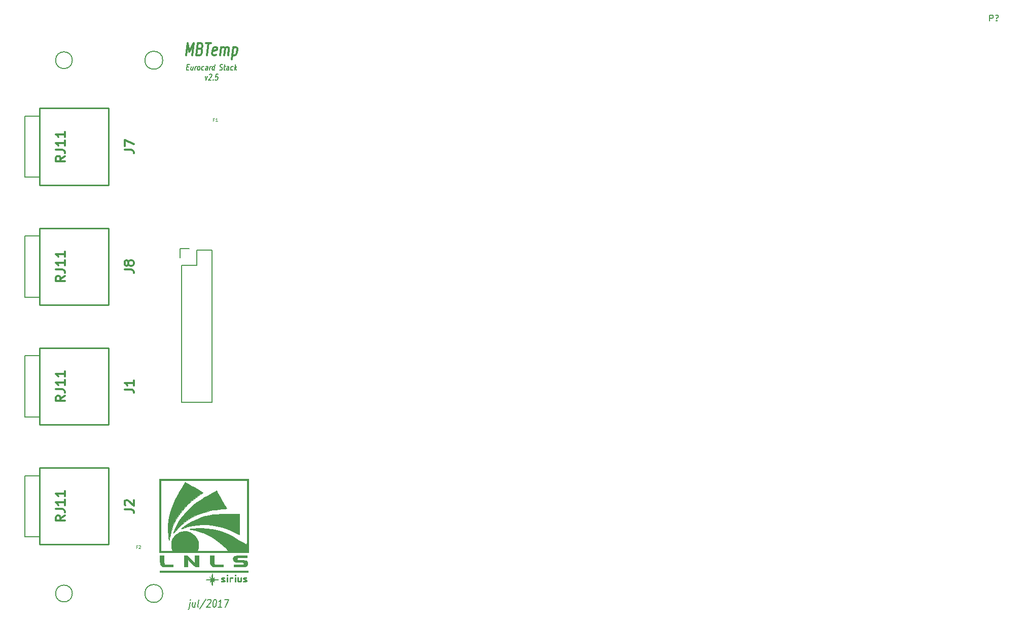
<source format=gto>
G04 #@! TF.FileFunction,Legend,Top*
%FSLAX46Y46*%
G04 Gerber Fmt 4.6, Leading zero omitted, Abs format (unit mm)*
G04 Created by KiCad (PCBNEW 4.0.4+e1-6308~48~ubuntu15.10.1-stable) date Tue Aug  8 09:27:19 2017*
%MOMM*%
%LPD*%
G01*
G04 APERTURE LIST*
%ADD10C,0.150000*%
%ADD11C,0.200000*%
%ADD12C,0.300000*%
%ADD13C,0.250000*%
%ADD14C,0.010000*%
%ADD15C,0.100000*%
%ADD16C,0.304800*%
G04 APERTURE END LIST*
D10*
X86323555Y-52443571D02*
X86573555Y-52443571D01*
X86615221Y-52967381D02*
X86258078Y-52967381D01*
X86383078Y-51967381D01*
X86740221Y-51967381D01*
X87341412Y-52300714D02*
X87258078Y-52967381D01*
X87019983Y-52300714D02*
X86954507Y-52824524D01*
X86978317Y-52919762D01*
X87043792Y-52967381D01*
X87150935Y-52967381D01*
X87228317Y-52919762D01*
X87269983Y-52872143D01*
X87615220Y-52967381D02*
X87698554Y-52300714D01*
X87674744Y-52491190D02*
X87722364Y-52395952D01*
X87764030Y-52348333D01*
X87841412Y-52300714D01*
X87912840Y-52300714D01*
X88186649Y-52967381D02*
X88121174Y-52919762D01*
X88091411Y-52872143D01*
X88067602Y-52776905D01*
X88103316Y-52491190D01*
X88150935Y-52395952D01*
X88192602Y-52348333D01*
X88269983Y-52300714D01*
X88377126Y-52300714D01*
X88442602Y-52348333D01*
X88472364Y-52395952D01*
X88496173Y-52491190D01*
X88460459Y-52776905D01*
X88412840Y-52872143D01*
X88371174Y-52919762D01*
X88293792Y-52967381D01*
X88186649Y-52967381D01*
X89085459Y-52919762D02*
X89008077Y-52967381D01*
X88865220Y-52967381D01*
X88799745Y-52919762D01*
X88769982Y-52872143D01*
X88746173Y-52776905D01*
X88781887Y-52491190D01*
X88829506Y-52395952D01*
X88871173Y-52348333D01*
X88948554Y-52300714D01*
X89091411Y-52300714D01*
X89156887Y-52348333D01*
X89722363Y-52967381D02*
X89787840Y-52443571D01*
X89764030Y-52348333D01*
X89698554Y-52300714D01*
X89555697Y-52300714D01*
X89478315Y-52348333D01*
X89728316Y-52919762D02*
X89650934Y-52967381D01*
X89472363Y-52967381D01*
X89406887Y-52919762D01*
X89383078Y-52824524D01*
X89394982Y-52729286D01*
X89442601Y-52634048D01*
X89519982Y-52586429D01*
X89698553Y-52586429D01*
X89775935Y-52538810D01*
X90079505Y-52967381D02*
X90162839Y-52300714D01*
X90139029Y-52491190D02*
X90186649Y-52395952D01*
X90228315Y-52348333D01*
X90305697Y-52300714D01*
X90377125Y-52300714D01*
X90865220Y-52967381D02*
X90990220Y-51967381D01*
X90871173Y-52919762D02*
X90793791Y-52967381D01*
X90650934Y-52967381D01*
X90585459Y-52919762D01*
X90555696Y-52872143D01*
X90531887Y-52776905D01*
X90567601Y-52491190D01*
X90615220Y-52395952D01*
X90656887Y-52348333D01*
X90734268Y-52300714D01*
X90877125Y-52300714D01*
X90942601Y-52348333D01*
X91764030Y-52919762D02*
X91865220Y-52967381D01*
X92043791Y-52967381D01*
X92121173Y-52919762D01*
X92162839Y-52872143D01*
X92210459Y-52776905D01*
X92222364Y-52681667D01*
X92198553Y-52586429D01*
X92168792Y-52538810D01*
X92103315Y-52491190D01*
X91966411Y-52443571D01*
X91900935Y-52395952D01*
X91871172Y-52348333D01*
X91847363Y-52253095D01*
X91859268Y-52157857D01*
X91906887Y-52062619D01*
X91948554Y-52015000D01*
X92025934Y-51967381D01*
X92204506Y-51967381D01*
X92305697Y-52015000D01*
X92484269Y-52300714D02*
X92769983Y-52300714D01*
X92633077Y-51967381D02*
X92525935Y-52824524D01*
X92549745Y-52919762D01*
X92615220Y-52967381D01*
X92686649Y-52967381D01*
X93258077Y-52967381D02*
X93323554Y-52443571D01*
X93299744Y-52348333D01*
X93234268Y-52300714D01*
X93091411Y-52300714D01*
X93014029Y-52348333D01*
X93264030Y-52919762D02*
X93186648Y-52967381D01*
X93008077Y-52967381D01*
X92942601Y-52919762D01*
X92918792Y-52824524D01*
X92930696Y-52729286D01*
X92978315Y-52634048D01*
X93055696Y-52586429D01*
X93234267Y-52586429D01*
X93311649Y-52538810D01*
X93942601Y-52919762D02*
X93865219Y-52967381D01*
X93722362Y-52967381D01*
X93656887Y-52919762D01*
X93627124Y-52872143D01*
X93603315Y-52776905D01*
X93639029Y-52491190D01*
X93686648Y-52395952D01*
X93728315Y-52348333D01*
X93805696Y-52300714D01*
X93948553Y-52300714D01*
X94014029Y-52348333D01*
X94258076Y-52967381D02*
X94383076Y-51967381D01*
X94377124Y-52586429D02*
X94543791Y-52967381D01*
X94627125Y-52300714D02*
X94293791Y-52681667D01*
X89394982Y-53950714D02*
X89490219Y-54617381D01*
X89752125Y-53950714D01*
X90031887Y-53712619D02*
X90073553Y-53665000D01*
X90150934Y-53617381D01*
X90329505Y-53617381D01*
X90394982Y-53665000D01*
X90424744Y-53712619D01*
X90448554Y-53807857D01*
X90436649Y-53903095D01*
X90383077Y-54045952D01*
X89883077Y-54617381D01*
X90347363Y-54617381D01*
X90680696Y-54522143D02*
X90710459Y-54569762D01*
X90668791Y-54617381D01*
X90639030Y-54569762D01*
X90680696Y-54522143D01*
X90668791Y-54617381D01*
X91508077Y-53617381D02*
X91150934Y-53617381D01*
X91055697Y-54093571D01*
X91097363Y-54045952D01*
X91174744Y-53998333D01*
X91353315Y-53998333D01*
X91418792Y-54045952D01*
X91448554Y-54093571D01*
X91472364Y-54188810D01*
X91442602Y-54426905D01*
X91394982Y-54522143D01*
X91353316Y-54569762D01*
X91275934Y-54617381D01*
X91097363Y-54617381D01*
X91031887Y-54569762D01*
X91002125Y-54522143D01*
D11*
X86822250Y-141718143D02*
X86688322Y-142789571D01*
X86625822Y-142908619D01*
X86523143Y-142968143D01*
X86475524Y-142968143D01*
X86874334Y-141301476D02*
X86819274Y-141361000D01*
X86859453Y-141420524D01*
X86914512Y-141361000D01*
X86874334Y-141301476D01*
X86859453Y-141420524D01*
X87727012Y-141718143D02*
X87622846Y-142551476D01*
X87298440Y-141718143D02*
X87216595Y-142372905D01*
X87249333Y-142491952D01*
X87337131Y-142551476D01*
X87479989Y-142551476D01*
X87582667Y-142491952D01*
X87637726Y-142432429D01*
X88241893Y-142551476D02*
X88154095Y-142491952D01*
X88121357Y-142372905D01*
X88255286Y-141301476D01*
X89500822Y-141241952D02*
X88442786Y-142849095D01*
X89764215Y-141420524D02*
X89819274Y-141361000D01*
X89921953Y-141301476D01*
X90160049Y-141301476D01*
X90247846Y-141361000D01*
X90288025Y-141420524D01*
X90320763Y-141539571D01*
X90305882Y-141658619D01*
X90235941Y-141837190D01*
X89575227Y-142551476D01*
X90194275Y-142551476D01*
X90969572Y-141301476D02*
X91064811Y-141301476D01*
X91152608Y-141361000D01*
X91192787Y-141420524D01*
X91225525Y-141539571D01*
X91243382Y-141777667D01*
X91206179Y-142075286D01*
X91128798Y-142313381D01*
X91066298Y-142432429D01*
X91011239Y-142491952D01*
X90908561Y-142551476D01*
X90813322Y-142551476D01*
X90725524Y-142491952D01*
X90685345Y-142432429D01*
X90652607Y-142313381D01*
X90634750Y-142075286D01*
X90671953Y-141777667D01*
X90749334Y-141539571D01*
X90811834Y-141420524D01*
X90866893Y-141361000D01*
X90969572Y-141301476D01*
X92099037Y-142551476D02*
X91527608Y-142551476D01*
X91813322Y-142551476D02*
X91969572Y-141301476D01*
X91852012Y-141480048D01*
X91741893Y-141599095D01*
X91639215Y-141658619D01*
X92588620Y-141301476D02*
X93255287Y-141301476D01*
X92670465Y-142551476D01*
D12*
X86131702Y-50449238D02*
X86385702Y-48417238D01*
X86712274Y-49868667D01*
X87401702Y-48417238D01*
X87147702Y-50449238D01*
X88514464Y-49384857D02*
X88720083Y-49481619D01*
X88780559Y-49578381D01*
X88828940Y-49771905D01*
X88792654Y-50062190D01*
X88695893Y-50255714D01*
X88611226Y-50352476D01*
X88453988Y-50449238D01*
X87873416Y-50449238D01*
X88127416Y-48417238D01*
X88635416Y-48417238D01*
X88768464Y-48514000D01*
X88828940Y-48610762D01*
X88877321Y-48804286D01*
X88853131Y-48997810D01*
X88756368Y-49191333D01*
X88671702Y-49288095D01*
X88514464Y-49384857D01*
X88006464Y-49384857D01*
X89433702Y-48417238D02*
X90304559Y-48417238D01*
X89615130Y-50449238D02*
X89869130Y-48417238D01*
X91151227Y-50352476D02*
X90993988Y-50449238D01*
X90703702Y-50449238D01*
X90570655Y-50352476D01*
X90522274Y-50158952D01*
X90619036Y-49384857D01*
X90715797Y-49191333D01*
X90873036Y-49094571D01*
X91163322Y-49094571D01*
X91296369Y-49191333D01*
X91344750Y-49384857D01*
X91320559Y-49578381D01*
X90570655Y-49771905D01*
X91864845Y-50449238D02*
X92034179Y-49094571D01*
X92009988Y-49288095D02*
X92094655Y-49191333D01*
X92251893Y-49094571D01*
X92469608Y-49094571D01*
X92602655Y-49191333D01*
X92651036Y-49384857D01*
X92517988Y-50449238D01*
X92651036Y-49384857D02*
X92747797Y-49191333D01*
X92905036Y-49094571D01*
X93122751Y-49094571D01*
X93255797Y-49191333D01*
X93304179Y-49384857D01*
X93171131Y-50449238D01*
X94066179Y-49094571D02*
X93812179Y-51126571D01*
X94054083Y-49191333D02*
X94211322Y-49094571D01*
X94501608Y-49094571D01*
X94634655Y-49191333D01*
X94695131Y-49288095D01*
X94743512Y-49481619D01*
X94670940Y-50062190D01*
X94574179Y-50255714D01*
X94489513Y-50352476D01*
X94332274Y-50449238D01*
X94041988Y-50449238D01*
X93908941Y-50352476D01*
D10*
X82272000Y-140296000D02*
G75*
G03X82272000Y-140296000I-1500000J0D01*
G01*
X82272000Y-51296000D02*
G75*
G03X82272000Y-51296000I-1500000J0D01*
G01*
X67172000Y-51296000D02*
G75*
G03X67172000Y-51296000I-1400000J0D01*
G01*
X67172000Y-140296000D02*
G75*
G03X67172000Y-140296000I-1400000J0D01*
G01*
X90481200Y-108420000D02*
X90481200Y-83020000D01*
X85401200Y-85560000D02*
X85401200Y-108420000D01*
X90481200Y-108420000D02*
X85401200Y-108420000D01*
X90481200Y-83020000D02*
X87941200Y-83020000D01*
X86671200Y-82740000D02*
X85121200Y-82740000D01*
X87941200Y-83020000D02*
X87941200Y-85560000D01*
X87941200Y-85560000D02*
X85401200Y-85560000D01*
X85121200Y-82740000D02*
X85121200Y-84290000D01*
X59241200Y-120620000D02*
X59241200Y-130820000D01*
X61741200Y-130820000D02*
X59241200Y-130820000D01*
X61741200Y-120620000D02*
X59241200Y-120620000D01*
D13*
X73241200Y-132120000D02*
X61741200Y-132120000D01*
X73241200Y-119320000D02*
X61741200Y-119320000D01*
X73241200Y-119320000D02*
X73241200Y-132120000D01*
X61741200Y-119320000D02*
X61741200Y-132120000D01*
D10*
X59241200Y-100620000D02*
X59241200Y-110820000D01*
X61741200Y-110820000D02*
X59241200Y-110820000D01*
X61741200Y-100620000D02*
X59241200Y-100620000D01*
D13*
X73241200Y-112120000D02*
X61741200Y-112120000D01*
X73241200Y-99320000D02*
X61741200Y-99320000D01*
X73241200Y-99320000D02*
X73241200Y-112120000D01*
X61741200Y-99320000D02*
X61741200Y-112120000D01*
D10*
X59241200Y-80620000D02*
X59241200Y-90820000D01*
X61741200Y-90820000D02*
X59241200Y-90820000D01*
X61741200Y-80620000D02*
X59241200Y-80620000D01*
D13*
X73241200Y-92120000D02*
X61741200Y-92120000D01*
X73241200Y-79320000D02*
X61741200Y-79320000D01*
X73241200Y-79320000D02*
X73241200Y-92120000D01*
X61741200Y-79320000D02*
X61741200Y-92120000D01*
D10*
X59241200Y-60620000D02*
X59241200Y-70820000D01*
X61741200Y-70820000D02*
X59241200Y-70820000D01*
X61741200Y-60620000D02*
X59241200Y-60620000D01*
D13*
X73241200Y-72120000D02*
X61741200Y-72120000D01*
X73241200Y-59320000D02*
X61741200Y-59320000D01*
X73241200Y-59320000D02*
X73241200Y-72120000D01*
X61741200Y-59320000D02*
X61741200Y-72120000D01*
D14*
G36*
X90518287Y-137008795D02*
X90523937Y-137029488D01*
X90541860Y-137120207D01*
X90561997Y-137259123D01*
X90580056Y-137416552D01*
X90580423Y-137420257D01*
X90596664Y-137564152D01*
X90613204Y-137677088D01*
X90626737Y-137736875D01*
X90627941Y-137739323D01*
X90665517Y-137737959D01*
X90731803Y-137691841D01*
X90740584Y-137683810D01*
X90821171Y-137625416D01*
X90860132Y-137627280D01*
X90847749Y-137678314D01*
X90795231Y-137746153D01*
X90740563Y-137817599D01*
X90726479Y-137865078D01*
X90728706Y-137868501D01*
X90776047Y-137882456D01*
X90883177Y-137899752D01*
X91031961Y-137917742D01*
X91135912Y-137927968D01*
X91343872Y-137947713D01*
X91477016Y-137963446D01*
X91538486Y-137976652D01*
X91531427Y-137988810D01*
X91458981Y-138001405D01*
X91324292Y-138015917D01*
X91322769Y-138016065D01*
X91149103Y-138033439D01*
X90975010Y-138051764D01*
X90860260Y-138064549D01*
X90671289Y-138086564D01*
X90779257Y-138199259D01*
X90846237Y-138285092D01*
X90859054Y-138334823D01*
X90823727Y-138337612D01*
X90746272Y-138282621D01*
X90737481Y-138274505D01*
X90684580Y-138228908D01*
X90648411Y-138216849D01*
X90624076Y-138248153D01*
X90606677Y-138332645D01*
X90591317Y-138480149D01*
X90582473Y-138585455D01*
X90560980Y-138770987D01*
X90533105Y-138886732D01*
X90499891Y-138929825D01*
X90466419Y-138904330D01*
X90451841Y-138848402D01*
X90435498Y-138736141D01*
X90420397Y-138589222D01*
X90417139Y-138549232D01*
X90401231Y-138380215D01*
X90382552Y-138280962D01*
X90356852Y-138243098D01*
X90319880Y-138258248D01*
X90287231Y-138293230D01*
X90230821Y-138342354D01*
X90204292Y-138351846D01*
X90170907Y-138326223D01*
X90182649Y-138264816D01*
X90233358Y-138190812D01*
X90251885Y-138172623D01*
X90333769Y-138098518D01*
X90242115Y-138072769D01*
X90148294Y-138056147D01*
X90016862Y-138043841D01*
X89955077Y-138040873D01*
X89800188Y-138030525D01*
X89646865Y-138011983D01*
X89603385Y-138004515D01*
X89526355Y-137988468D01*
X89502454Y-137977148D01*
X89538742Y-137967081D01*
X89642276Y-137954792D01*
X89720615Y-137946815D01*
X89889889Y-137929185D01*
X90055507Y-137910932D01*
X90164617Y-137898072D01*
X90335081Y-137876818D01*
X90226082Y-137763047D01*
X90159384Y-137677719D01*
X90145127Y-137626892D01*
X90177981Y-137621783D01*
X90252616Y-137673611D01*
X90263724Y-137683810D01*
X90331596Y-137734502D01*
X90373525Y-137741960D01*
X90375672Y-137739323D01*
X90388984Y-137686217D01*
X90405520Y-137579265D01*
X90420441Y-137453076D01*
X90438416Y-137294964D01*
X90457964Y-137146871D01*
X90471210Y-137062307D01*
X90488407Y-136974892D01*
X90501121Y-136958909D01*
X90518287Y-137008795D01*
X90518287Y-137008795D01*
G37*
X90518287Y-137008795D02*
X90523937Y-137029488D01*
X90541860Y-137120207D01*
X90561997Y-137259123D01*
X90580056Y-137416552D01*
X90580423Y-137420257D01*
X90596664Y-137564152D01*
X90613204Y-137677088D01*
X90626737Y-137736875D01*
X90627941Y-137739323D01*
X90665517Y-137737959D01*
X90731803Y-137691841D01*
X90740584Y-137683810D01*
X90821171Y-137625416D01*
X90860132Y-137627280D01*
X90847749Y-137678314D01*
X90795231Y-137746153D01*
X90740563Y-137817599D01*
X90726479Y-137865078D01*
X90728706Y-137868501D01*
X90776047Y-137882456D01*
X90883177Y-137899752D01*
X91031961Y-137917742D01*
X91135912Y-137927968D01*
X91343872Y-137947713D01*
X91477016Y-137963446D01*
X91538486Y-137976652D01*
X91531427Y-137988810D01*
X91458981Y-138001405D01*
X91324292Y-138015917D01*
X91322769Y-138016065D01*
X91149103Y-138033439D01*
X90975010Y-138051764D01*
X90860260Y-138064549D01*
X90671289Y-138086564D01*
X90779257Y-138199259D01*
X90846237Y-138285092D01*
X90859054Y-138334823D01*
X90823727Y-138337612D01*
X90746272Y-138282621D01*
X90737481Y-138274505D01*
X90684580Y-138228908D01*
X90648411Y-138216849D01*
X90624076Y-138248153D01*
X90606677Y-138332645D01*
X90591317Y-138480149D01*
X90582473Y-138585455D01*
X90560980Y-138770987D01*
X90533105Y-138886732D01*
X90499891Y-138929825D01*
X90466419Y-138904330D01*
X90451841Y-138848402D01*
X90435498Y-138736141D01*
X90420397Y-138589222D01*
X90417139Y-138549232D01*
X90401231Y-138380215D01*
X90382552Y-138280962D01*
X90356852Y-138243098D01*
X90319880Y-138258248D01*
X90287231Y-138293230D01*
X90230821Y-138342354D01*
X90204292Y-138351846D01*
X90170907Y-138326223D01*
X90182649Y-138264816D01*
X90233358Y-138190812D01*
X90251885Y-138172623D01*
X90333769Y-138098518D01*
X90242115Y-138072769D01*
X90148294Y-138056147D01*
X90016862Y-138043841D01*
X89955077Y-138040873D01*
X89800188Y-138030525D01*
X89646865Y-138011983D01*
X89603385Y-138004515D01*
X89526355Y-137988468D01*
X89502454Y-137977148D01*
X89538742Y-137967081D01*
X89642276Y-137954792D01*
X89720615Y-137946815D01*
X89889889Y-137929185D01*
X90055507Y-137910932D01*
X90164617Y-137898072D01*
X90335081Y-137876818D01*
X90226082Y-137763047D01*
X90159384Y-137677719D01*
X90145127Y-137626892D01*
X90177981Y-137621783D01*
X90252616Y-137673611D01*
X90263724Y-137683810D01*
X90331596Y-137734502D01*
X90373525Y-137741960D01*
X90375672Y-137739323D01*
X90388984Y-137686217D01*
X90405520Y-137579265D01*
X90420441Y-137453076D01*
X90438416Y-137294964D01*
X90457964Y-137146871D01*
X90471210Y-137062307D01*
X90488407Y-136974892D01*
X90501121Y-136958909D01*
X90518287Y-137008795D01*
G36*
X92481469Y-137611974D02*
X92555775Y-137623448D01*
X92587010Y-137649364D01*
X92592769Y-137687538D01*
X92583826Y-137731936D01*
X92544871Y-137755541D01*
X92457714Y-137764698D01*
X92368077Y-137765905D01*
X92143385Y-137766119D01*
X92407154Y-137924378D01*
X92550533Y-138016537D01*
X92633813Y-138087401D01*
X92668277Y-138147493D01*
X92670923Y-138170349D01*
X92656315Y-138256341D01*
X92604265Y-138311264D01*
X92502436Y-138341025D01*
X92338491Y-138351531D01*
X92291877Y-138351846D01*
X92144445Y-138349901D01*
X92058734Y-138341073D01*
X92018346Y-138320869D01*
X92006884Y-138284797D01*
X92006615Y-138273692D01*
X92014882Y-138230712D01*
X92051387Y-138207039D01*
X92133692Y-138197016D01*
X92250846Y-138195007D01*
X92495077Y-138194477D01*
X92250846Y-138049715D01*
X92118678Y-137966151D01*
X92043366Y-137902032D01*
X92011084Y-137843452D01*
X92006615Y-137804060D01*
X92022143Y-137707587D01*
X92077111Y-137647788D01*
X92184101Y-137617460D01*
X92346585Y-137609384D01*
X92481469Y-137611974D01*
X92481469Y-137611974D01*
G37*
X92481469Y-137611974D02*
X92555775Y-137623448D01*
X92587010Y-137649364D01*
X92592769Y-137687538D01*
X92583826Y-137731936D01*
X92544871Y-137755541D01*
X92457714Y-137764698D01*
X92368077Y-137765905D01*
X92143385Y-137766119D01*
X92407154Y-137924378D01*
X92550533Y-138016537D01*
X92633813Y-138087401D01*
X92668277Y-138147493D01*
X92670923Y-138170349D01*
X92656315Y-138256341D01*
X92604265Y-138311264D01*
X92502436Y-138341025D01*
X92338491Y-138351531D01*
X92291877Y-138351846D01*
X92144445Y-138349901D01*
X92058734Y-138341073D01*
X92018346Y-138320869D01*
X92006884Y-138284797D01*
X92006615Y-138273692D01*
X92014882Y-138230712D01*
X92051387Y-138207039D01*
X92133692Y-138197016D01*
X92250846Y-138195007D01*
X92495077Y-138194477D01*
X92250846Y-138049715D01*
X92118678Y-137966151D01*
X92043366Y-137902032D01*
X92011084Y-137843452D01*
X92006615Y-137804060D01*
X92022143Y-137707587D01*
X92077111Y-137647788D01*
X92184101Y-137617460D01*
X92346585Y-137609384D01*
X92481469Y-137611974D01*
G36*
X93087411Y-137611962D02*
X93115954Y-137629455D01*
X93131635Y-137676504D01*
X93138307Y-137767746D01*
X93139821Y-137917821D01*
X93139846Y-137980615D01*
X93139168Y-138152593D01*
X93134564Y-138261056D01*
X93122183Y-138320644D01*
X93098172Y-138345996D01*
X93058678Y-138351752D01*
X93042154Y-138351846D01*
X92996896Y-138349268D01*
X92968353Y-138331774D01*
X92952672Y-138284726D01*
X92946001Y-138193484D01*
X92944486Y-138043409D01*
X92944461Y-137980615D01*
X92945140Y-137808637D01*
X92949743Y-137700174D01*
X92962124Y-137640586D01*
X92986136Y-137615233D01*
X93025629Y-137609478D01*
X93042154Y-137609384D01*
X93087411Y-137611962D01*
X93087411Y-137611962D01*
G37*
X93087411Y-137611962D02*
X93115954Y-137629455D01*
X93131635Y-137676504D01*
X93138307Y-137767746D01*
X93139821Y-137917821D01*
X93139846Y-137980615D01*
X93139168Y-138152593D01*
X93134564Y-138261056D01*
X93122183Y-138320644D01*
X93098172Y-138345996D01*
X93058678Y-138351752D01*
X93042154Y-138351846D01*
X92996896Y-138349268D01*
X92968353Y-138331774D01*
X92952672Y-138284726D01*
X92946001Y-138193484D01*
X92944486Y-138043409D01*
X92944461Y-137980615D01*
X92945140Y-137808637D01*
X92949743Y-137700174D01*
X92962124Y-137640586D01*
X92986136Y-137615233D01*
X93025629Y-137609478D01*
X93042154Y-137609384D01*
X93087411Y-137611962D01*
G36*
X93888238Y-137611974D02*
X93962545Y-137623448D01*
X93993779Y-137649364D01*
X93999538Y-137687538D01*
X93990210Y-137732703D01*
X93949876Y-137756231D01*
X93860016Y-137764858D01*
X93784615Y-137765692D01*
X93569692Y-137765692D01*
X93569692Y-138058769D01*
X93567846Y-138208615D01*
X93559429Y-138296536D01*
X93540122Y-138338728D01*
X93505607Y-138351386D01*
X93491538Y-138351846D01*
X93453171Y-138345532D01*
X93429907Y-138316288D01*
X93418023Y-138248660D01*
X93413796Y-138127196D01*
X93413385Y-138027507D01*
X93419283Y-137846362D01*
X93435900Y-137717926D01*
X93460277Y-137656276D01*
X93523803Y-137630708D01*
X93640700Y-137613891D01*
X93753354Y-137609384D01*
X93888238Y-137611974D01*
X93888238Y-137611974D01*
G37*
X93888238Y-137611974D02*
X93962545Y-137623448D01*
X93993779Y-137649364D01*
X93999538Y-137687538D01*
X93990210Y-137732703D01*
X93949876Y-137756231D01*
X93860016Y-137764858D01*
X93784615Y-137765692D01*
X93569692Y-137765692D01*
X93569692Y-138058769D01*
X93567846Y-138208615D01*
X93559429Y-138296536D01*
X93540122Y-138338728D01*
X93505607Y-138351386D01*
X93491538Y-138351846D01*
X93453171Y-138345532D01*
X93429907Y-138316288D01*
X93418023Y-138248660D01*
X93413796Y-138127196D01*
X93413385Y-138027507D01*
X93419283Y-137846362D01*
X93435900Y-137717926D01*
X93460277Y-137656276D01*
X93523803Y-137630708D01*
X93640700Y-137613891D01*
X93753354Y-137609384D01*
X93888238Y-137611974D01*
G36*
X94416026Y-137611962D02*
X94444569Y-137629455D01*
X94460251Y-137676504D01*
X94466922Y-137767746D01*
X94468437Y-137917821D01*
X94468461Y-137980615D01*
X94467783Y-138152593D01*
X94463179Y-138261056D01*
X94450798Y-138320644D01*
X94426787Y-138345996D01*
X94387294Y-138351752D01*
X94370769Y-138351846D01*
X94325512Y-138349268D01*
X94296969Y-138331774D01*
X94281288Y-138284726D01*
X94274616Y-138193484D01*
X94273102Y-138043409D01*
X94273077Y-137980615D01*
X94273755Y-137808637D01*
X94278359Y-137700174D01*
X94290740Y-137640586D01*
X94314751Y-137615233D01*
X94354244Y-137609478D01*
X94370769Y-137609384D01*
X94416026Y-137611962D01*
X94416026Y-137611962D01*
G37*
X94416026Y-137611962D02*
X94444569Y-137629455D01*
X94460251Y-137676504D01*
X94466922Y-137767746D01*
X94468437Y-137917821D01*
X94468461Y-137980615D01*
X94467783Y-138152593D01*
X94463179Y-138261056D01*
X94450798Y-138320644D01*
X94426787Y-138345996D01*
X94387294Y-138351752D01*
X94370769Y-138351846D01*
X94325512Y-138349268D01*
X94296969Y-138331774D01*
X94281288Y-138284726D01*
X94274616Y-138193484D01*
X94273102Y-138043409D01*
X94273077Y-137980615D01*
X94273755Y-137808637D01*
X94278359Y-137700174D01*
X94290740Y-137640586D01*
X94314751Y-137615233D01*
X94354244Y-137609478D01*
X94370769Y-137609384D01*
X94416026Y-137611962D01*
G36*
X95366521Y-137615698D02*
X95389785Y-137644942D01*
X95401669Y-137712570D01*
X95405896Y-137834033D01*
X95406308Y-137933723D01*
X95400409Y-138114868D01*
X95383792Y-138243304D01*
X95359415Y-138304953D01*
X95300323Y-138327101D01*
X95190520Y-138342859D01*
X95056108Y-138351308D01*
X94923189Y-138351526D01*
X94817863Y-138342596D01*
X94768051Y-138325794D01*
X94756392Y-138277406D01*
X94747429Y-138170289D01*
X94742523Y-138023856D01*
X94742000Y-137954564D01*
X94743352Y-137789317D01*
X94749676Y-137687202D01*
X94764367Y-137633211D01*
X94790824Y-137612336D01*
X94820154Y-137609384D01*
X94860113Y-137616306D01*
X94883558Y-137647870D01*
X94894810Y-137720271D01*
X94898185Y-137849705D01*
X94898308Y-137902461D01*
X94898308Y-138195538D01*
X95250000Y-138195538D01*
X95250000Y-137902461D01*
X95251846Y-137752614D01*
X95260263Y-137664693D01*
X95279570Y-137622502D01*
X95314086Y-137609844D01*
X95328154Y-137609384D01*
X95366521Y-137615698D01*
X95366521Y-137615698D01*
G37*
X95366521Y-137615698D02*
X95389785Y-137644942D01*
X95401669Y-137712570D01*
X95405896Y-137834033D01*
X95406308Y-137933723D01*
X95400409Y-138114868D01*
X95383792Y-138243304D01*
X95359415Y-138304953D01*
X95300323Y-138327101D01*
X95190520Y-138342859D01*
X95056108Y-138351308D01*
X94923189Y-138351526D01*
X94817863Y-138342596D01*
X94768051Y-138325794D01*
X94756392Y-138277406D01*
X94747429Y-138170289D01*
X94742523Y-138023856D01*
X94742000Y-137954564D01*
X94743352Y-137789317D01*
X94749676Y-137687202D01*
X94764367Y-137633211D01*
X94790824Y-137612336D01*
X94820154Y-137609384D01*
X94860113Y-137616306D01*
X94883558Y-137647870D01*
X94894810Y-137720271D01*
X94898185Y-137849705D01*
X94898308Y-137902461D01*
X94898308Y-138195538D01*
X95250000Y-138195538D01*
X95250000Y-137902461D01*
X95251846Y-137752614D01*
X95260263Y-137664693D01*
X95279570Y-137622502D01*
X95314086Y-137609844D01*
X95328154Y-137609384D01*
X95366521Y-137615698D01*
G36*
X96154700Y-137611974D02*
X96229006Y-137623448D01*
X96260240Y-137649364D01*
X96266000Y-137687538D01*
X96257057Y-137731936D01*
X96218102Y-137755541D01*
X96130945Y-137764698D01*
X96041308Y-137765905D01*
X95816615Y-137766119D01*
X96080385Y-137924378D01*
X96223764Y-138016537D01*
X96307044Y-138087401D01*
X96341508Y-138147493D01*
X96344154Y-138170349D01*
X96329545Y-138256341D01*
X96277495Y-138311264D01*
X96175667Y-138341025D01*
X96011722Y-138351531D01*
X95965108Y-138351846D01*
X95817676Y-138349901D01*
X95731964Y-138341073D01*
X95691576Y-138320869D01*
X95680115Y-138284797D01*
X95679846Y-138273692D01*
X95688112Y-138230712D01*
X95724618Y-138207039D01*
X95806923Y-138197016D01*
X95924077Y-138195007D01*
X96168308Y-138194477D01*
X95924077Y-138049715D01*
X95791909Y-137966151D01*
X95716597Y-137902032D01*
X95684315Y-137843452D01*
X95679846Y-137804060D01*
X95695373Y-137707587D01*
X95750342Y-137647788D01*
X95857332Y-137617460D01*
X96019815Y-137609384D01*
X96154700Y-137611974D01*
X96154700Y-137611974D01*
G37*
X96154700Y-137611974D02*
X96229006Y-137623448D01*
X96260240Y-137649364D01*
X96266000Y-137687538D01*
X96257057Y-137731936D01*
X96218102Y-137755541D01*
X96130945Y-137764698D01*
X96041308Y-137765905D01*
X95816615Y-137766119D01*
X96080385Y-137924378D01*
X96223764Y-138016537D01*
X96307044Y-138087401D01*
X96341508Y-138147493D01*
X96344154Y-138170349D01*
X96329545Y-138256341D01*
X96277495Y-138311264D01*
X96175667Y-138341025D01*
X96011722Y-138351531D01*
X95965108Y-138351846D01*
X95817676Y-138349901D01*
X95731964Y-138341073D01*
X95691576Y-138320869D01*
X95680115Y-138284797D01*
X95679846Y-138273692D01*
X95688112Y-138230712D01*
X95724618Y-138207039D01*
X95806923Y-138197016D01*
X95924077Y-138195007D01*
X96168308Y-138194477D01*
X95924077Y-138049715D01*
X95791909Y-137966151D01*
X95716597Y-137902032D01*
X95684315Y-137843452D01*
X95679846Y-137804060D01*
X95695373Y-137707587D01*
X95750342Y-137647788D01*
X95857332Y-137617460D01*
X96019815Y-137609384D01*
X96154700Y-137611974D01*
G36*
X90130923Y-137550769D02*
X90111385Y-137570307D01*
X90091846Y-137550769D01*
X90111385Y-137531230D01*
X90130923Y-137550769D01*
X90130923Y-137550769D01*
G37*
X90130923Y-137550769D02*
X90111385Y-137570307D01*
X90091846Y-137550769D01*
X90111385Y-137531230D01*
X90130923Y-137550769D01*
G36*
X93118760Y-137197855D02*
X93139846Y-137257692D01*
X93116950Y-137318977D01*
X93042154Y-137335846D01*
X92965547Y-137317529D01*
X92944461Y-137257692D01*
X92967358Y-137196406D01*
X93042154Y-137179538D01*
X93118760Y-137197855D01*
X93118760Y-137197855D01*
G37*
X93118760Y-137197855D02*
X93139846Y-137257692D01*
X93116950Y-137318977D01*
X93042154Y-137335846D01*
X92965547Y-137317529D01*
X92944461Y-137257692D01*
X92967358Y-137196406D01*
X93042154Y-137179538D01*
X93118760Y-137197855D01*
G36*
X94447376Y-137197855D02*
X94468461Y-137257692D01*
X94445565Y-137318977D01*
X94370769Y-137335846D01*
X94294162Y-137317529D01*
X94273077Y-137257692D01*
X94295973Y-137196406D01*
X94370769Y-137179538D01*
X94447376Y-137197855D01*
X94447376Y-137197855D01*
G37*
X94447376Y-137197855D02*
X94468461Y-137257692D01*
X94445565Y-137318977D01*
X94370769Y-137335846D01*
X94294162Y-137317529D01*
X94273077Y-137257692D01*
X94295973Y-137196406D01*
X94370769Y-137179538D01*
X94447376Y-137197855D01*
G36*
X96461385Y-136788769D02*
X81807538Y-136788769D01*
X81807538Y-136476153D01*
X96461385Y-136476153D01*
X96461385Y-136788769D01*
X96461385Y-136788769D01*
G37*
X96461385Y-136788769D02*
X81807538Y-136788769D01*
X81807538Y-136476153D01*
X96461385Y-136476153D01*
X96461385Y-136788769D01*
G36*
X82471846Y-134641314D02*
X82471575Y-134921233D01*
X82477148Y-135132666D01*
X82498144Y-135285193D01*
X82544142Y-135388394D01*
X82624723Y-135451848D01*
X82749465Y-135485135D01*
X82927948Y-135497833D01*
X83169752Y-135499523D01*
X83329762Y-135499230D01*
X83995846Y-135499230D01*
X83995846Y-135850923D01*
X83163972Y-135850923D01*
X82886105Y-135850482D01*
X82674390Y-135848461D01*
X82516830Y-135843811D01*
X82401424Y-135835483D01*
X82316174Y-135822430D01*
X82249081Y-135803602D01*
X82188145Y-135777952D01*
X82157741Y-135763000D01*
X82008519Y-135661041D01*
X81904068Y-135517370D01*
X81895461Y-135500720D01*
X81863227Y-135431245D01*
X81839966Y-135361052D01*
X81824230Y-135276154D01*
X81814574Y-135162570D01*
X81809551Y-135006315D01*
X81807715Y-134793405D01*
X81807538Y-134650796D01*
X81807538Y-133975230D01*
X82471846Y-133975230D01*
X82471846Y-134641314D01*
X82471846Y-134641314D01*
G37*
X82471846Y-134641314D02*
X82471575Y-134921233D01*
X82477148Y-135132666D01*
X82498144Y-135285193D01*
X82544142Y-135388394D01*
X82624723Y-135451848D01*
X82749465Y-135485135D01*
X82927948Y-135497833D01*
X83169752Y-135499523D01*
X83329762Y-135499230D01*
X83995846Y-135499230D01*
X83995846Y-135850923D01*
X83163972Y-135850923D01*
X82886105Y-135850482D01*
X82674390Y-135848461D01*
X82516830Y-135843811D01*
X82401424Y-135835483D01*
X82316174Y-135822430D01*
X82249081Y-135803602D01*
X82188145Y-135777952D01*
X82157741Y-135763000D01*
X82008519Y-135661041D01*
X81904068Y-135517370D01*
X81895461Y-135500720D01*
X81863227Y-135431245D01*
X81839966Y-135361052D01*
X81824230Y-135276154D01*
X81814574Y-135162570D01*
X81809551Y-135006315D01*
X81807715Y-134793405D01*
X81807538Y-134650796D01*
X81807538Y-133975230D01*
X82471846Y-133975230D01*
X82471846Y-134641314D01*
G36*
X88255231Y-135850923D02*
X87689478Y-135850923D01*
X87054047Y-135216367D01*
X86418615Y-134581811D01*
X86418615Y-135850923D01*
X85793385Y-135850923D01*
X85793385Y-133975230D01*
X86057154Y-133976116D01*
X86320923Y-133977003D01*
X87590923Y-135193827D01*
X87590923Y-133975230D01*
X88255231Y-133975230D01*
X88255231Y-135850923D01*
X88255231Y-135850923D01*
G37*
X88255231Y-135850923D02*
X87689478Y-135850923D01*
X87054047Y-135216367D01*
X86418615Y-134581811D01*
X86418615Y-135850923D01*
X85793385Y-135850923D01*
X85793385Y-133975230D01*
X86057154Y-133976116D01*
X86320923Y-133977003D01*
X87590923Y-135193827D01*
X87590923Y-133975230D01*
X88255231Y-133975230D01*
X88255231Y-135850923D01*
G36*
X90834308Y-134641314D02*
X90834667Y-134884149D01*
X90836798Y-135061373D01*
X90842279Y-135185531D01*
X90852689Y-135269167D01*
X90869607Y-135324823D01*
X90894612Y-135365044D01*
X90929284Y-135402374D01*
X90930224Y-135403314D01*
X90967636Y-135438231D01*
X91007646Y-135463444D01*
X91062798Y-135480534D01*
X91145635Y-135491078D01*
X91268702Y-135496656D01*
X91444541Y-135498847D01*
X91685696Y-135499230D01*
X92358308Y-135499230D01*
X92358308Y-135850923D01*
X91526434Y-135850923D01*
X91248566Y-135850482D01*
X91036852Y-135848461D01*
X90879291Y-135843811D01*
X90763886Y-135835483D01*
X90678636Y-135822430D01*
X90611542Y-135803602D01*
X90550607Y-135777952D01*
X90520203Y-135763000D01*
X90370981Y-135661041D01*
X90266529Y-135517370D01*
X90257923Y-135500720D01*
X90225689Y-135431245D01*
X90202427Y-135361052D01*
X90186692Y-135276154D01*
X90177036Y-135162570D01*
X90172013Y-135006315D01*
X90170176Y-134793405D01*
X90170000Y-134650796D01*
X90170000Y-133975230D01*
X90834308Y-133975230D01*
X90834308Y-134641314D01*
X90834308Y-134641314D01*
G37*
X90834308Y-134641314D02*
X90834667Y-134884149D01*
X90836798Y-135061373D01*
X90842279Y-135185531D01*
X90852689Y-135269167D01*
X90869607Y-135324823D01*
X90894612Y-135365044D01*
X90929284Y-135402374D01*
X90930224Y-135403314D01*
X90967636Y-135438231D01*
X91007646Y-135463444D01*
X91062798Y-135480534D01*
X91145635Y-135491078D01*
X91268702Y-135496656D01*
X91444541Y-135498847D01*
X91685696Y-135499230D01*
X92358308Y-135499230D01*
X92358308Y-135850923D01*
X91526434Y-135850923D01*
X91248566Y-135850482D01*
X91036852Y-135848461D01*
X90879291Y-135843811D01*
X90763886Y-135835483D01*
X90678636Y-135822430D01*
X90611542Y-135803602D01*
X90550607Y-135777952D01*
X90520203Y-135763000D01*
X90370981Y-135661041D01*
X90266529Y-135517370D01*
X90257923Y-135500720D01*
X90225689Y-135431245D01*
X90202427Y-135361052D01*
X90186692Y-135276154D01*
X90177036Y-135162570D01*
X90172013Y-135006315D01*
X90170176Y-134793405D01*
X90170000Y-134650796D01*
X90170000Y-133975230D01*
X90834308Y-133975230D01*
X90834308Y-134641314D01*
G36*
X96305077Y-134326923D02*
X94743802Y-134326923D01*
X94681508Y-134421994D01*
X94646442Y-134533362D01*
X94683325Y-134634732D01*
X94786087Y-134711541D01*
X94805535Y-134719562D01*
X94878185Y-134732672D01*
X95012443Y-134743778D01*
X95191770Y-134751986D01*
X95399629Y-134756403D01*
X95496775Y-134756915D01*
X95730338Y-134758018D01*
X95900130Y-134762241D01*
X96020517Y-134771154D01*
X96105864Y-134786329D01*
X96170540Y-134809335D01*
X96219505Y-134835924D01*
X96351880Y-134959042D01*
X96432549Y-135122998D01*
X96457122Y-135306428D01*
X96421208Y-135487967D01*
X96372682Y-135581375D01*
X96315585Y-135660431D01*
X96255662Y-135722354D01*
X96182969Y-135769224D01*
X96087561Y-135803121D01*
X95959493Y-135826122D01*
X95788823Y-135840309D01*
X95565604Y-135847760D01*
X95279893Y-135850555D01*
X95083923Y-135850862D01*
X94155846Y-135850923D01*
X94155846Y-135499230D01*
X94911790Y-135499230D01*
X95175521Y-135498621D01*
X95372186Y-135496150D01*
X95512866Y-135490852D01*
X95608643Y-135481762D01*
X95670599Y-135467915D01*
X95709816Y-135448347D01*
X95732405Y-135427769D01*
X95790508Y-135317833D01*
X95778101Y-135208954D01*
X95710228Y-135130215D01*
X95660730Y-135106108D01*
X95584062Y-135089015D01*
X95468211Y-135077901D01*
X95301161Y-135071728D01*
X95070899Y-135069462D01*
X95004903Y-135069384D01*
X94733027Y-135066982D01*
X94527023Y-135057620D01*
X94374699Y-135038069D01*
X94263862Y-135005097D01*
X94182318Y-134955473D01*
X94117876Y-134885966D01*
X94076110Y-134823256D01*
X94014707Y-134658272D01*
X94003104Y-134469259D01*
X94041466Y-134290776D01*
X94073225Y-134226103D01*
X94122871Y-134153156D01*
X94178941Y-134095815D01*
X94250981Y-134052221D01*
X94348540Y-134020518D01*
X94481166Y-133998850D01*
X94658406Y-133985360D01*
X94889808Y-133978192D01*
X95184921Y-133975488D01*
X95363367Y-133975230D01*
X96305077Y-133975230D01*
X96305077Y-134326923D01*
X96305077Y-134326923D01*
G37*
X96305077Y-134326923D02*
X94743802Y-134326923D01*
X94681508Y-134421994D01*
X94646442Y-134533362D01*
X94683325Y-134634732D01*
X94786087Y-134711541D01*
X94805535Y-134719562D01*
X94878185Y-134732672D01*
X95012443Y-134743778D01*
X95191770Y-134751986D01*
X95399629Y-134756403D01*
X95496775Y-134756915D01*
X95730338Y-134758018D01*
X95900130Y-134762241D01*
X96020517Y-134771154D01*
X96105864Y-134786329D01*
X96170540Y-134809335D01*
X96219505Y-134835924D01*
X96351880Y-134959042D01*
X96432549Y-135122998D01*
X96457122Y-135306428D01*
X96421208Y-135487967D01*
X96372682Y-135581375D01*
X96315585Y-135660431D01*
X96255662Y-135722354D01*
X96182969Y-135769224D01*
X96087561Y-135803121D01*
X95959493Y-135826122D01*
X95788823Y-135840309D01*
X95565604Y-135847760D01*
X95279893Y-135850555D01*
X95083923Y-135850862D01*
X94155846Y-135850923D01*
X94155846Y-135499230D01*
X94911790Y-135499230D01*
X95175521Y-135498621D01*
X95372186Y-135496150D01*
X95512866Y-135490852D01*
X95608643Y-135481762D01*
X95670599Y-135467915D01*
X95709816Y-135448347D01*
X95732405Y-135427769D01*
X95790508Y-135317833D01*
X95778101Y-135208954D01*
X95710228Y-135130215D01*
X95660730Y-135106108D01*
X95584062Y-135089015D01*
X95468211Y-135077901D01*
X95301161Y-135071728D01*
X95070899Y-135069462D01*
X95004903Y-135069384D01*
X94733027Y-135066982D01*
X94527023Y-135057620D01*
X94374699Y-135038069D01*
X94263862Y-135005097D01*
X94182318Y-134955473D01*
X94117876Y-134885966D01*
X94076110Y-134823256D01*
X94014707Y-134658272D01*
X94003104Y-134469259D01*
X94041466Y-134290776D01*
X94073225Y-134226103D01*
X94122871Y-134153156D01*
X94178941Y-134095815D01*
X94250981Y-134052221D01*
X94348540Y-134020518D01*
X94481166Y-133998850D01*
X94658406Y-133985360D01*
X94889808Y-133978192D01*
X95184921Y-133975488D01*
X95363367Y-133975230D01*
X96305077Y-133975230D01*
X96305077Y-134326923D01*
G36*
X96559077Y-133447692D02*
X89143043Y-133457562D01*
X88217127Y-133458703D01*
X87366554Y-133459549D01*
X86588515Y-133460086D01*
X85880201Y-133460298D01*
X85238800Y-133460170D01*
X84661504Y-133459689D01*
X84145504Y-133458839D01*
X83687988Y-133457605D01*
X83286147Y-133455973D01*
X82937173Y-133453928D01*
X82638254Y-133451455D01*
X82386581Y-133448539D01*
X82179345Y-133445166D01*
X82013735Y-133441320D01*
X81886942Y-133436988D01*
X81796157Y-133432154D01*
X81738569Y-133426803D01*
X81711368Y-133420921D01*
X81708392Y-133418485D01*
X81706368Y-133374551D01*
X81704532Y-133256691D01*
X81702889Y-133069130D01*
X81701445Y-132816096D01*
X81700206Y-132501815D01*
X81699178Y-132130513D01*
X81698367Y-131706419D01*
X81697778Y-131233757D01*
X81697418Y-130716756D01*
X81697292Y-130159642D01*
X81697407Y-129566640D01*
X81697767Y-128941979D01*
X81698380Y-128289885D01*
X81699251Y-127614584D01*
X81699810Y-127254000D01*
X81709429Y-121392461D01*
X81963846Y-121392461D01*
X81963846Y-133193692D01*
X82921231Y-133193692D01*
X83185461Y-133193258D01*
X83421754Y-133192039D01*
X83619541Y-133190158D01*
X83768251Y-133187737D01*
X83857317Y-133184900D01*
X83878615Y-133182568D01*
X83866289Y-133143064D01*
X83834126Y-133050961D01*
X83793499Y-132938337D01*
X83729734Y-132694854D01*
X83693409Y-132406609D01*
X83685255Y-132102288D01*
X83706003Y-131810577D01*
X83756384Y-131560163D01*
X83758221Y-131554049D01*
X83914515Y-131166098D01*
X84131180Y-130819841D01*
X84400667Y-130520974D01*
X84715426Y-130275195D01*
X85067908Y-130088200D01*
X85450563Y-129965685D01*
X85855842Y-129913348D01*
X85934589Y-129911808D01*
X86249178Y-129926754D01*
X86525321Y-129978244D01*
X86797257Y-130074103D01*
X86946154Y-130142989D01*
X87309615Y-130363215D01*
X87618293Y-130635101D01*
X87868322Y-130951526D01*
X88055841Y-131305370D01*
X88176984Y-131689511D01*
X88227888Y-132096829D01*
X88210882Y-132473916D01*
X88181279Y-132653882D01*
X88139782Y-132835174D01*
X88097394Y-132972657D01*
X88055317Y-133084969D01*
X88027492Y-133162325D01*
X88020789Y-133183923D01*
X88058794Y-133185585D01*
X88168546Y-133187159D01*
X88343637Y-133188619D01*
X88577659Y-133189942D01*
X88864205Y-133191104D01*
X89196867Y-133192080D01*
X89569237Y-133192847D01*
X89974909Y-133193381D01*
X90407475Y-133193658D01*
X90625783Y-133193692D01*
X93230797Y-133193692D01*
X92745706Y-132701758D01*
X92065478Y-132057027D01*
X91370749Y-131488352D01*
X90659605Y-130994657D01*
X89930132Y-130574864D01*
X89180417Y-130227897D01*
X88408545Y-129952677D01*
X87612603Y-129748128D01*
X87434615Y-129712606D01*
X87216315Y-129670616D01*
X87022437Y-129632159D01*
X86867103Y-129600128D01*
X86764437Y-129577418D01*
X86731231Y-129568526D01*
X86729018Y-129551226D01*
X86796047Y-129529830D01*
X86923587Y-129505575D01*
X87102909Y-129479696D01*
X87325281Y-129453431D01*
X87581974Y-129428016D01*
X87864257Y-129404686D01*
X87914044Y-129401025D01*
X88761564Y-129378111D01*
X89620554Y-129429525D01*
X90483990Y-129553656D01*
X91344850Y-129748898D01*
X92196110Y-130013643D01*
X93030748Y-130346281D01*
X93841740Y-130745206D01*
X93883365Y-130767860D01*
X94054041Y-130862571D01*
X94276508Y-130988084D01*
X94535228Y-131135517D01*
X94814662Y-131295986D01*
X95099274Y-131460609D01*
X95316432Y-131587099D01*
X95562117Y-131730252D01*
X95785571Y-131859584D01*
X95977997Y-131970074D01*
X96130598Y-132056699D01*
X96234576Y-132114438D01*
X96281136Y-132138269D01*
X96282528Y-132138615D01*
X96285220Y-132100282D01*
X96287819Y-131988256D01*
X96290308Y-131807000D01*
X96292669Y-131560974D01*
X96294881Y-131254642D01*
X96296927Y-130892463D01*
X96298788Y-130478899D01*
X96300444Y-130018413D01*
X96301878Y-129515466D01*
X96303071Y-128974519D01*
X96304004Y-128400033D01*
X96304657Y-127796472D01*
X96305014Y-127168295D01*
X96305077Y-126765538D01*
X96305077Y-121392461D01*
X81963846Y-121392461D01*
X81709429Y-121392461D01*
X81709846Y-121138461D01*
X96559077Y-121138461D01*
X96559077Y-133447692D01*
X96559077Y-133447692D01*
G37*
X96559077Y-133447692D02*
X89143043Y-133457562D01*
X88217127Y-133458703D01*
X87366554Y-133459549D01*
X86588515Y-133460086D01*
X85880201Y-133460298D01*
X85238800Y-133460170D01*
X84661504Y-133459689D01*
X84145504Y-133458839D01*
X83687988Y-133457605D01*
X83286147Y-133455973D01*
X82937173Y-133453928D01*
X82638254Y-133451455D01*
X82386581Y-133448539D01*
X82179345Y-133445166D01*
X82013735Y-133441320D01*
X81886942Y-133436988D01*
X81796157Y-133432154D01*
X81738569Y-133426803D01*
X81711368Y-133420921D01*
X81708392Y-133418485D01*
X81706368Y-133374551D01*
X81704532Y-133256691D01*
X81702889Y-133069130D01*
X81701445Y-132816096D01*
X81700206Y-132501815D01*
X81699178Y-132130513D01*
X81698367Y-131706419D01*
X81697778Y-131233757D01*
X81697418Y-130716756D01*
X81697292Y-130159642D01*
X81697407Y-129566640D01*
X81697767Y-128941979D01*
X81698380Y-128289885D01*
X81699251Y-127614584D01*
X81699810Y-127254000D01*
X81709429Y-121392461D01*
X81963846Y-121392461D01*
X81963846Y-133193692D01*
X82921231Y-133193692D01*
X83185461Y-133193258D01*
X83421754Y-133192039D01*
X83619541Y-133190158D01*
X83768251Y-133187737D01*
X83857317Y-133184900D01*
X83878615Y-133182568D01*
X83866289Y-133143064D01*
X83834126Y-133050961D01*
X83793499Y-132938337D01*
X83729734Y-132694854D01*
X83693409Y-132406609D01*
X83685255Y-132102288D01*
X83706003Y-131810577D01*
X83756384Y-131560163D01*
X83758221Y-131554049D01*
X83914515Y-131166098D01*
X84131180Y-130819841D01*
X84400667Y-130520974D01*
X84715426Y-130275195D01*
X85067908Y-130088200D01*
X85450563Y-129965685D01*
X85855842Y-129913348D01*
X85934589Y-129911808D01*
X86249178Y-129926754D01*
X86525321Y-129978244D01*
X86797257Y-130074103D01*
X86946154Y-130142989D01*
X87309615Y-130363215D01*
X87618293Y-130635101D01*
X87868322Y-130951526D01*
X88055841Y-131305370D01*
X88176984Y-131689511D01*
X88227888Y-132096829D01*
X88210882Y-132473916D01*
X88181279Y-132653882D01*
X88139782Y-132835174D01*
X88097394Y-132972657D01*
X88055317Y-133084969D01*
X88027492Y-133162325D01*
X88020789Y-133183923D01*
X88058794Y-133185585D01*
X88168546Y-133187159D01*
X88343637Y-133188619D01*
X88577659Y-133189942D01*
X88864205Y-133191104D01*
X89196867Y-133192080D01*
X89569237Y-133192847D01*
X89974909Y-133193381D01*
X90407475Y-133193658D01*
X90625783Y-133193692D01*
X93230797Y-133193692D01*
X92745706Y-132701758D01*
X92065478Y-132057027D01*
X91370749Y-131488352D01*
X90659605Y-130994657D01*
X89930132Y-130574864D01*
X89180417Y-130227897D01*
X88408545Y-129952677D01*
X87612603Y-129748128D01*
X87434615Y-129712606D01*
X87216315Y-129670616D01*
X87022437Y-129632159D01*
X86867103Y-129600128D01*
X86764437Y-129577418D01*
X86731231Y-129568526D01*
X86729018Y-129551226D01*
X86796047Y-129529830D01*
X86923587Y-129505575D01*
X87102909Y-129479696D01*
X87325281Y-129453431D01*
X87581974Y-129428016D01*
X87864257Y-129404686D01*
X87914044Y-129401025D01*
X88761564Y-129378111D01*
X89620554Y-129429525D01*
X90483990Y-129553656D01*
X91344850Y-129748898D01*
X92196110Y-130013643D01*
X93030748Y-130346281D01*
X93841740Y-130745206D01*
X93883365Y-130767860D01*
X94054041Y-130862571D01*
X94276508Y-130988084D01*
X94535228Y-131135517D01*
X94814662Y-131295986D01*
X95099274Y-131460609D01*
X95316432Y-131587099D01*
X95562117Y-131730252D01*
X95785571Y-131859584D01*
X95977997Y-131970074D01*
X96130598Y-132056699D01*
X96234576Y-132114438D01*
X96281136Y-132138269D01*
X96282528Y-132138615D01*
X96285220Y-132100282D01*
X96287819Y-131988256D01*
X96290308Y-131807000D01*
X96292669Y-131560974D01*
X96294881Y-131254642D01*
X96296927Y-130892463D01*
X96298788Y-130478899D01*
X96300444Y-130018413D01*
X96301878Y-129515466D01*
X96303071Y-128974519D01*
X96304004Y-128400033D01*
X96304657Y-127796472D01*
X96305014Y-127168295D01*
X96305077Y-126765538D01*
X96305077Y-121392461D01*
X81963846Y-121392461D01*
X81709429Y-121392461D01*
X81709846Y-121138461D01*
X96559077Y-121138461D01*
X96559077Y-133447692D01*
G36*
X86124153Y-121780797D02*
X86195733Y-121823002D01*
X86325063Y-121898168D01*
X86502034Y-122000491D01*
X86716535Y-122124164D01*
X86958457Y-122263380D01*
X87217689Y-122412335D01*
X87484122Y-122565221D01*
X87747646Y-122716233D01*
X87998150Y-122859565D01*
X88225525Y-122989409D01*
X88419661Y-123099960D01*
X88538472Y-123167344D01*
X88698897Y-123259922D01*
X88831066Y-123339684D01*
X88921913Y-123398493D01*
X88958371Y-123428208D01*
X88958549Y-123429006D01*
X88928102Y-123458742D01*
X88844771Y-123522973D01*
X88720650Y-123612768D01*
X88567833Y-123719194D01*
X88538538Y-123739204D01*
X87767531Y-124291227D01*
X87069878Y-124848317D01*
X86440779Y-125415616D01*
X85875435Y-125998268D01*
X85369046Y-126601417D01*
X84916812Y-127230204D01*
X84513934Y-127889775D01*
X84310386Y-128270000D01*
X84095126Y-128712850D01*
X83915790Y-129132258D01*
X83764940Y-129550124D01*
X83635139Y-129988347D01*
X83518948Y-130468826D01*
X83448444Y-130807868D01*
X83394140Y-131076454D01*
X83351947Y-131270242D01*
X83321263Y-131391545D01*
X83301487Y-131442677D01*
X83292017Y-131425952D01*
X83291222Y-131412435D01*
X83285327Y-131360675D01*
X83270434Y-131249936D01*
X83249057Y-131098541D01*
X83232705Y-130985846D01*
X83211064Y-130806580D01*
X83189743Y-130574034D01*
X83170670Y-130313065D01*
X83155776Y-130048530D01*
X83150796Y-129930769D01*
X83156475Y-129032929D01*
X83239959Y-128138195D01*
X83400918Y-127247859D01*
X83639024Y-126363216D01*
X83953947Y-125485559D01*
X84345360Y-124616181D01*
X84646765Y-124045171D01*
X84744807Y-123871716D01*
X84873410Y-123646957D01*
X85023353Y-123386859D01*
X85185410Y-123107387D01*
X85350360Y-122824506D01*
X85464006Y-122630627D01*
X86005537Y-121709065D01*
X86124153Y-121780797D01*
X86124153Y-121780797D01*
G37*
X86124153Y-121780797D02*
X86195733Y-121823002D01*
X86325063Y-121898168D01*
X86502034Y-122000491D01*
X86716535Y-122124164D01*
X86958457Y-122263380D01*
X87217689Y-122412335D01*
X87484122Y-122565221D01*
X87747646Y-122716233D01*
X87998150Y-122859565D01*
X88225525Y-122989409D01*
X88419661Y-123099960D01*
X88538472Y-123167344D01*
X88698897Y-123259922D01*
X88831066Y-123339684D01*
X88921913Y-123398493D01*
X88958371Y-123428208D01*
X88958549Y-123429006D01*
X88928102Y-123458742D01*
X88844771Y-123522973D01*
X88720650Y-123612768D01*
X88567833Y-123719194D01*
X88538538Y-123739204D01*
X87767531Y-124291227D01*
X87069878Y-124848317D01*
X86440779Y-125415616D01*
X85875435Y-125998268D01*
X85369046Y-126601417D01*
X84916812Y-127230204D01*
X84513934Y-127889775D01*
X84310386Y-128270000D01*
X84095126Y-128712850D01*
X83915790Y-129132258D01*
X83764940Y-129550124D01*
X83635139Y-129988347D01*
X83518948Y-130468826D01*
X83448444Y-130807868D01*
X83394140Y-131076454D01*
X83351947Y-131270242D01*
X83321263Y-131391545D01*
X83301487Y-131442677D01*
X83292017Y-131425952D01*
X83291222Y-131412435D01*
X83285327Y-131360675D01*
X83270434Y-131249936D01*
X83249057Y-131098541D01*
X83232705Y-130985846D01*
X83211064Y-130806580D01*
X83189743Y-130574034D01*
X83170670Y-130313065D01*
X83155776Y-130048530D01*
X83150796Y-129930769D01*
X83156475Y-129032929D01*
X83239959Y-128138195D01*
X83400918Y-127247859D01*
X83639024Y-126363216D01*
X83953947Y-125485559D01*
X84345360Y-124616181D01*
X84646765Y-124045171D01*
X84744807Y-123871716D01*
X84873410Y-123646957D01*
X85023353Y-123386859D01*
X85185410Y-123107387D01*
X85350360Y-122824506D01*
X85464006Y-122630627D01*
X86005537Y-121709065D01*
X86124153Y-121780797D01*
G36*
X93658447Y-126995334D02*
X93867065Y-126999786D01*
X95054615Y-127028515D01*
X95054615Y-128743411D01*
X95053970Y-129100879D01*
X95052125Y-129432957D01*
X95049214Y-129731769D01*
X95045373Y-129989439D01*
X95040737Y-130198090D01*
X95035440Y-130349845D01*
X95029617Y-130436827D01*
X95025308Y-130454958D01*
X94980968Y-130437015D01*
X94881489Y-130390540D01*
X94741371Y-130322471D01*
X94575116Y-130239749D01*
X94566154Y-130235240D01*
X93716649Y-129835877D01*
X92888848Y-129505333D01*
X92073088Y-129240841D01*
X91259708Y-129039636D01*
X90439044Y-128898953D01*
X89609981Y-128816580D01*
X88811547Y-128796883D01*
X88028176Y-128844702D01*
X87249285Y-128961586D01*
X86464288Y-129149082D01*
X85732679Y-129383456D01*
X85569248Y-129439373D01*
X85431975Y-129481715D01*
X85338102Y-129505434D01*
X85306900Y-129508094D01*
X85311091Y-129479636D01*
X85373555Y-129416746D01*
X85485617Y-129325313D01*
X85638601Y-129211225D01*
X85823830Y-129080371D01*
X86032629Y-128938640D01*
X86256322Y-128791920D01*
X86486231Y-128646100D01*
X86713683Y-128507070D01*
X86930000Y-128380716D01*
X87126506Y-128272929D01*
X87127502Y-128272405D01*
X87690536Y-127994016D01*
X88251407Y-127753299D01*
X88818431Y-127548685D01*
X89399923Y-127378602D01*
X90004202Y-127241481D01*
X90639582Y-127135751D01*
X91314380Y-127059842D01*
X92036913Y-127012183D01*
X92815497Y-126991204D01*
X93658447Y-126995334D01*
X93658447Y-126995334D01*
G37*
X93658447Y-126995334D02*
X93867065Y-126999786D01*
X95054615Y-127028515D01*
X95054615Y-128743411D01*
X95053970Y-129100879D01*
X95052125Y-129432957D01*
X95049214Y-129731769D01*
X95045373Y-129989439D01*
X95040737Y-130198090D01*
X95035440Y-130349845D01*
X95029617Y-130436827D01*
X95025308Y-130454958D01*
X94980968Y-130437015D01*
X94881489Y-130390540D01*
X94741371Y-130322471D01*
X94575116Y-130239749D01*
X94566154Y-130235240D01*
X93716649Y-129835877D01*
X92888848Y-129505333D01*
X92073088Y-129240841D01*
X91259708Y-129039636D01*
X90439044Y-128898953D01*
X89609981Y-128816580D01*
X88811547Y-128796883D01*
X88028176Y-128844702D01*
X87249285Y-128961586D01*
X86464288Y-129149082D01*
X85732679Y-129383456D01*
X85569248Y-129439373D01*
X85431975Y-129481715D01*
X85338102Y-129505434D01*
X85306900Y-129508094D01*
X85311091Y-129479636D01*
X85373555Y-129416746D01*
X85485617Y-129325313D01*
X85638601Y-129211225D01*
X85823830Y-129080371D01*
X86032629Y-128938640D01*
X86256322Y-128791920D01*
X86486231Y-128646100D01*
X86713683Y-128507070D01*
X86930000Y-128380716D01*
X87126506Y-128272929D01*
X87127502Y-128272405D01*
X87690536Y-127994016D01*
X88251407Y-127753299D01*
X88818431Y-127548685D01*
X89399923Y-127378602D01*
X90004202Y-127241481D01*
X90639582Y-127135751D01*
X91314380Y-127059842D01*
X92036913Y-127012183D01*
X92815497Y-126991204D01*
X93658447Y-126995334D01*
G36*
X91321159Y-123317641D02*
X91370689Y-123399866D01*
X91449921Y-123534141D01*
X91553903Y-123711877D01*
X91677683Y-123924485D01*
X91816311Y-124163377D01*
X91964833Y-124419962D01*
X92118299Y-124685652D01*
X92271756Y-124951858D01*
X92420254Y-125209991D01*
X92558841Y-125451461D01*
X92682564Y-125667679D01*
X92786472Y-125850057D01*
X92865614Y-125990005D01*
X92915038Y-126078934D01*
X92929995Y-126108319D01*
X92891043Y-126113750D01*
X92786456Y-126124583D01*
X92628479Y-126139651D01*
X92429353Y-126157787D01*
X92201424Y-126177813D01*
X91623228Y-126233748D01*
X91108120Y-126296884D01*
X90641184Y-126369535D01*
X90207506Y-126454014D01*
X89802485Y-126549971D01*
X88918322Y-126809423D01*
X88092974Y-127117571D01*
X87322129Y-127477036D01*
X86601476Y-127890437D01*
X85926705Y-128360395D01*
X85293502Y-128889528D01*
X84697558Y-129480457D01*
X84367222Y-129852615D01*
X84232032Y-130011940D01*
X84139510Y-130120112D01*
X84081592Y-130185427D01*
X84050209Y-130216178D01*
X84037297Y-130220661D01*
X84034789Y-130207170D01*
X84034923Y-130194331D01*
X84050611Y-130135419D01*
X84093499Y-130020350D01*
X84157326Y-129863598D01*
X84235830Y-129679633D01*
X84322747Y-129482927D01*
X84411815Y-129287952D01*
X84496773Y-129109180D01*
X84554806Y-128992923D01*
X84941884Y-128298164D01*
X85362847Y-127659008D01*
X85832014Y-127055391D01*
X86339838Y-126492000D01*
X86655642Y-126172650D01*
X86965897Y-125878998D01*
X87280283Y-125603895D01*
X87608479Y-125340191D01*
X87960165Y-125080737D01*
X88345019Y-124818385D01*
X88772722Y-124545984D01*
X89252952Y-124256386D01*
X89779231Y-123951648D01*
X89999810Y-123826363D01*
X90231545Y-123695517D01*
X90461337Y-123566431D01*
X90676088Y-123446424D01*
X90862696Y-123342814D01*
X91008063Y-123262923D01*
X91099089Y-123214069D01*
X91101297Y-123212925D01*
X91218713Y-123152207D01*
X91321159Y-123317641D01*
X91321159Y-123317641D01*
G37*
X91321159Y-123317641D02*
X91370689Y-123399866D01*
X91449921Y-123534141D01*
X91553903Y-123711877D01*
X91677683Y-123924485D01*
X91816311Y-124163377D01*
X91964833Y-124419962D01*
X92118299Y-124685652D01*
X92271756Y-124951858D01*
X92420254Y-125209991D01*
X92558841Y-125451461D01*
X92682564Y-125667679D01*
X92786472Y-125850057D01*
X92865614Y-125990005D01*
X92915038Y-126078934D01*
X92929995Y-126108319D01*
X92891043Y-126113750D01*
X92786456Y-126124583D01*
X92628479Y-126139651D01*
X92429353Y-126157787D01*
X92201424Y-126177813D01*
X91623228Y-126233748D01*
X91108120Y-126296884D01*
X90641184Y-126369535D01*
X90207506Y-126454014D01*
X89802485Y-126549971D01*
X88918322Y-126809423D01*
X88092974Y-127117571D01*
X87322129Y-127477036D01*
X86601476Y-127890437D01*
X85926705Y-128360395D01*
X85293502Y-128889528D01*
X84697558Y-129480457D01*
X84367222Y-129852615D01*
X84232032Y-130011940D01*
X84139510Y-130120112D01*
X84081592Y-130185427D01*
X84050209Y-130216178D01*
X84037297Y-130220661D01*
X84034789Y-130207170D01*
X84034923Y-130194331D01*
X84050611Y-130135419D01*
X84093499Y-130020350D01*
X84157326Y-129863598D01*
X84235830Y-129679633D01*
X84322747Y-129482927D01*
X84411815Y-129287952D01*
X84496773Y-129109180D01*
X84554806Y-128992923D01*
X84941884Y-128298164D01*
X85362847Y-127659008D01*
X85832014Y-127055391D01*
X86339838Y-126492000D01*
X86655642Y-126172650D01*
X86965897Y-125878998D01*
X87280283Y-125603895D01*
X87608479Y-125340191D01*
X87960165Y-125080737D01*
X88345019Y-124818385D01*
X88772722Y-124545984D01*
X89252952Y-124256386D01*
X89779231Y-123951648D01*
X89999810Y-123826363D01*
X90231545Y-123695517D01*
X90461337Y-123566431D01*
X90676088Y-123446424D01*
X90862696Y-123342814D01*
X91008063Y-123262923D01*
X91099089Y-123214069D01*
X91101297Y-123212925D01*
X91218713Y-123152207D01*
X91321159Y-123317641D01*
D15*
X78027234Y-132526886D02*
X77860568Y-132526886D01*
X77860568Y-132788790D02*
X77860568Y-132288790D01*
X78098663Y-132288790D01*
X78265329Y-132336410D02*
X78289139Y-132312600D01*
X78336758Y-132288790D01*
X78455805Y-132288790D01*
X78503424Y-132312600D01*
X78527234Y-132336410D01*
X78551043Y-132384029D01*
X78551043Y-132431648D01*
X78527234Y-132503076D01*
X78241520Y-132788790D01*
X78551043Y-132788790D01*
D10*
X220321524Y-44748381D02*
X220321524Y-43748381D01*
X220702477Y-43748381D01*
X220797715Y-43796000D01*
X220845334Y-43843619D01*
X220892953Y-43938857D01*
X220892953Y-44081714D01*
X220845334Y-44176952D01*
X220797715Y-44224571D01*
X220702477Y-44272190D01*
X220321524Y-44272190D01*
X221464381Y-44653143D02*
X221512000Y-44700762D01*
X221464381Y-44748381D01*
X221416762Y-44700762D01*
X221464381Y-44653143D01*
X221464381Y-44748381D01*
X221273905Y-43796000D02*
X221369143Y-43748381D01*
X221607239Y-43748381D01*
X221702477Y-43796000D01*
X221750096Y-43891238D01*
X221750096Y-43986476D01*
X221702477Y-44081714D01*
X221654858Y-44129333D01*
X221559619Y-44176952D01*
X221512000Y-44224571D01*
X221464381Y-44319810D01*
X221464381Y-44367429D01*
D16*
X75896629Y-126228000D02*
X76985200Y-126228000D01*
X77202914Y-126300572D01*
X77348057Y-126445715D01*
X77420629Y-126663429D01*
X77420629Y-126808572D01*
X76041771Y-125574857D02*
X75969200Y-125502286D01*
X75896629Y-125357143D01*
X75896629Y-124994286D01*
X75969200Y-124849143D01*
X76041771Y-124776572D01*
X76186914Y-124704000D01*
X76332057Y-124704000D01*
X76549771Y-124776572D01*
X77420629Y-125647429D01*
X77420629Y-124704000D01*
X65920629Y-127280286D02*
X65194914Y-127788286D01*
X65920629Y-128151143D02*
X64396629Y-128151143D01*
X64396629Y-127570571D01*
X64469200Y-127425429D01*
X64541771Y-127352857D01*
X64686914Y-127280286D01*
X64904629Y-127280286D01*
X65049771Y-127352857D01*
X65122343Y-127425429D01*
X65194914Y-127570571D01*
X65194914Y-128151143D01*
X64396629Y-126191714D02*
X65485200Y-126191714D01*
X65702914Y-126264286D01*
X65848057Y-126409429D01*
X65920629Y-126627143D01*
X65920629Y-126772286D01*
X65920629Y-124667714D02*
X65920629Y-125538571D01*
X65920629Y-125103143D02*
X64396629Y-125103143D01*
X64614343Y-125248286D01*
X64759486Y-125393428D01*
X64832057Y-125538571D01*
X65920629Y-123216285D02*
X65920629Y-124087142D01*
X65920629Y-123651714D02*
X64396629Y-123651714D01*
X64614343Y-123796857D01*
X64759486Y-123941999D01*
X64832057Y-124087142D01*
X75896629Y-106228000D02*
X76985200Y-106228000D01*
X77202914Y-106300572D01*
X77348057Y-106445715D01*
X77420629Y-106663429D01*
X77420629Y-106808572D01*
X77420629Y-104704000D02*
X77420629Y-105574857D01*
X77420629Y-105139429D02*
X75896629Y-105139429D01*
X76114343Y-105284572D01*
X76259486Y-105429714D01*
X76332057Y-105574857D01*
X65920629Y-107280286D02*
X65194914Y-107788286D01*
X65920629Y-108151143D02*
X64396629Y-108151143D01*
X64396629Y-107570571D01*
X64469200Y-107425429D01*
X64541771Y-107352857D01*
X64686914Y-107280286D01*
X64904629Y-107280286D01*
X65049771Y-107352857D01*
X65122343Y-107425429D01*
X65194914Y-107570571D01*
X65194914Y-108151143D01*
X64396629Y-106191714D02*
X65485200Y-106191714D01*
X65702914Y-106264286D01*
X65848057Y-106409429D01*
X65920629Y-106627143D01*
X65920629Y-106772286D01*
X65920629Y-104667714D02*
X65920629Y-105538571D01*
X65920629Y-105103143D02*
X64396629Y-105103143D01*
X64614343Y-105248286D01*
X64759486Y-105393428D01*
X64832057Y-105538571D01*
X65920629Y-103216285D02*
X65920629Y-104087142D01*
X65920629Y-103651714D02*
X64396629Y-103651714D01*
X64614343Y-103796857D01*
X64759486Y-103941999D01*
X64832057Y-104087142D01*
X75896629Y-86228000D02*
X76985200Y-86228000D01*
X77202914Y-86300572D01*
X77348057Y-86445715D01*
X77420629Y-86663429D01*
X77420629Y-86808572D01*
X76549771Y-85284572D02*
X76477200Y-85429714D01*
X76404629Y-85502286D01*
X76259486Y-85574857D01*
X76186914Y-85574857D01*
X76041771Y-85502286D01*
X75969200Y-85429714D01*
X75896629Y-85284572D01*
X75896629Y-84994286D01*
X75969200Y-84849143D01*
X76041771Y-84776572D01*
X76186914Y-84704000D01*
X76259486Y-84704000D01*
X76404629Y-84776572D01*
X76477200Y-84849143D01*
X76549771Y-84994286D01*
X76549771Y-85284572D01*
X76622343Y-85429714D01*
X76694914Y-85502286D01*
X76840057Y-85574857D01*
X77130343Y-85574857D01*
X77275486Y-85502286D01*
X77348057Y-85429714D01*
X77420629Y-85284572D01*
X77420629Y-84994286D01*
X77348057Y-84849143D01*
X77275486Y-84776572D01*
X77130343Y-84704000D01*
X76840057Y-84704000D01*
X76694914Y-84776572D01*
X76622343Y-84849143D01*
X76549771Y-84994286D01*
X65920629Y-87280286D02*
X65194914Y-87788286D01*
X65920629Y-88151143D02*
X64396629Y-88151143D01*
X64396629Y-87570571D01*
X64469200Y-87425429D01*
X64541771Y-87352857D01*
X64686914Y-87280286D01*
X64904629Y-87280286D01*
X65049771Y-87352857D01*
X65122343Y-87425429D01*
X65194914Y-87570571D01*
X65194914Y-88151143D01*
X64396629Y-86191714D02*
X65485200Y-86191714D01*
X65702914Y-86264286D01*
X65848057Y-86409429D01*
X65920629Y-86627143D01*
X65920629Y-86772286D01*
X65920629Y-84667714D02*
X65920629Y-85538571D01*
X65920629Y-85103143D02*
X64396629Y-85103143D01*
X64614343Y-85248286D01*
X64759486Y-85393428D01*
X64832057Y-85538571D01*
X65920629Y-83216285D02*
X65920629Y-84087142D01*
X65920629Y-83651714D02*
X64396629Y-83651714D01*
X64614343Y-83796857D01*
X64759486Y-83941999D01*
X64832057Y-84087142D01*
X75896629Y-66228000D02*
X76985200Y-66228000D01*
X77202914Y-66300572D01*
X77348057Y-66445715D01*
X77420629Y-66663429D01*
X77420629Y-66808572D01*
X75896629Y-65647429D02*
X75896629Y-64631429D01*
X77420629Y-65284572D01*
X65920629Y-67280286D02*
X65194914Y-67788286D01*
X65920629Y-68151143D02*
X64396629Y-68151143D01*
X64396629Y-67570571D01*
X64469200Y-67425429D01*
X64541771Y-67352857D01*
X64686914Y-67280286D01*
X64904629Y-67280286D01*
X65049771Y-67352857D01*
X65122343Y-67425429D01*
X65194914Y-67570571D01*
X65194914Y-68151143D01*
X64396629Y-66191714D02*
X65485200Y-66191714D01*
X65702914Y-66264286D01*
X65848057Y-66409429D01*
X65920629Y-66627143D01*
X65920629Y-66772286D01*
X65920629Y-64667714D02*
X65920629Y-65538571D01*
X65920629Y-65103143D02*
X64396629Y-65103143D01*
X64614343Y-65248286D01*
X64759486Y-65393428D01*
X64832057Y-65538571D01*
X65920629Y-63216285D02*
X65920629Y-64087142D01*
X65920629Y-63651714D02*
X64396629Y-63651714D01*
X64614343Y-63796857D01*
X64759486Y-63941999D01*
X64832057Y-64087142D01*
D15*
X90866934Y-61203686D02*
X90700268Y-61203686D01*
X90700268Y-61465590D02*
X90700268Y-60965590D01*
X90938363Y-60965590D01*
X91390743Y-61465590D02*
X91105029Y-61465590D01*
X91247886Y-61465590D02*
X91247886Y-60965590D01*
X91200267Y-61037019D01*
X91152648Y-61084638D01*
X91105029Y-61108448D01*
M02*

</source>
